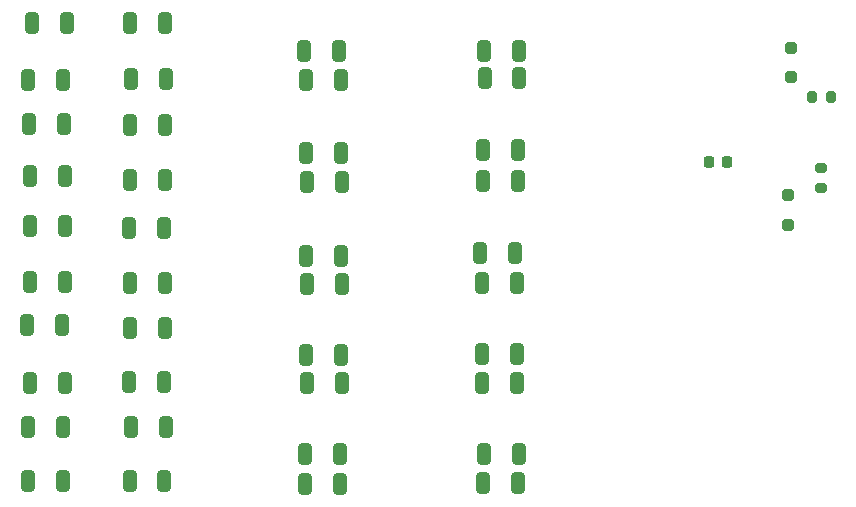
<source format=gbp>
G04 #@! TF.GenerationSoftware,KiCad,Pcbnew,9.0.0*
G04 #@! TF.CreationDate,2025-07-18T15:04:11-05:00*
G04 #@! TF.ProjectId,txfilters,74786669-6c74-4657-9273-2e6b69636164,rev?*
G04 #@! TF.SameCoordinates,Original*
G04 #@! TF.FileFunction,Paste,Bot*
G04 #@! TF.FilePolarity,Positive*
%FSLAX46Y46*%
G04 Gerber Fmt 4.6, Leading zero omitted, Abs format (unit mm)*
G04 Created by KiCad (PCBNEW 9.0.0) date 2025-07-18 15:04:11*
%MOMM*%
%LPD*%
G01*
G04 APERTURE LIST*
G04 Aperture macros list*
%AMRoundRect*
0 Rectangle with rounded corners*
0 $1 Rounding radius*
0 $2 $3 $4 $5 $6 $7 $8 $9 X,Y pos of 4 corners*
0 Add a 4 corners polygon primitive as box body*
4,1,4,$2,$3,$4,$5,$6,$7,$8,$9,$2,$3,0*
0 Add four circle primitives for the rounded corners*
1,1,$1+$1,$2,$3*
1,1,$1+$1,$4,$5*
1,1,$1+$1,$6,$7*
1,1,$1+$1,$8,$9*
0 Add four rect primitives between the rounded corners*
20,1,$1+$1,$2,$3,$4,$5,0*
20,1,$1+$1,$4,$5,$6,$7,0*
20,1,$1+$1,$6,$7,$8,$9,0*
20,1,$1+$1,$8,$9,$2,$3,0*%
G04 Aperture macros list end*
%ADD10RoundRect,0.250000X-0.325000X-0.650000X0.325000X-0.650000X0.325000X0.650000X-0.325000X0.650000X0*%
%ADD11RoundRect,0.225000X-0.225000X-0.250000X0.225000X-0.250000X0.225000X0.250000X-0.225000X0.250000X0*%
%ADD12RoundRect,0.250000X0.325000X0.650000X-0.325000X0.650000X-0.325000X-0.650000X0.325000X-0.650000X0*%
%ADD13RoundRect,0.200000X-0.200000X-0.275000X0.200000X-0.275000X0.200000X0.275000X-0.200000X0.275000X0*%
%ADD14RoundRect,0.250000X0.250000X-0.250000X0.250000X0.250000X-0.250000X0.250000X-0.250000X-0.250000X0*%
%ADD15RoundRect,0.250000X-0.250000X0.250000X-0.250000X-0.250000X0.250000X-0.250000X0.250000X0.250000X0*%
%ADD16RoundRect,0.200000X-0.275000X0.200000X-0.275000X-0.200000X0.275000X-0.200000X0.275000X0.200000X0*%
G04 APERTURE END LIST*
D10*
G04 #@! TO.C,C31*
X141570000Y-119145000D03*
X144520000Y-119145000D03*
G04 #@! TD*
G04 #@! TO.C,C19*
X111590000Y-138805000D03*
X114540000Y-138805000D03*
G04 #@! TD*
D11*
G04 #@! TO.C,C8*
X160654000Y-120103000D03*
X162204000Y-120103000D03*
G04 #@! TD*
D12*
G04 #@! TO.C,C33*
X106080000Y-116885000D03*
X103130000Y-116885000D03*
G04 #@! TD*
D10*
G04 #@! TO.C,C18*
X126600000Y-138830000D03*
X129550000Y-138830000D03*
G04 #@! TD*
G04 #@! TO.C,C1*
X141670000Y-113055000D03*
X144620000Y-113055000D03*
G04 #@! TD*
G04 #@! TO.C,C42*
X141446000Y-136401000D03*
X144396000Y-136401000D03*
G04 #@! TD*
G04 #@! TO.C,C45*
X126460000Y-144893000D03*
X129410000Y-144893000D03*
G04 #@! TD*
G04 #@! TO.C,C13*
X141420000Y-130375000D03*
X144370000Y-130375000D03*
G04 #@! TD*
G04 #@! TO.C,C36*
X126584000Y-128081000D03*
X129534000Y-128081000D03*
G04 #@! TD*
D12*
G04 #@! TO.C,C44*
X105950000Y-147159000D03*
X103000000Y-147159000D03*
G04 #@! TD*
D10*
G04 #@! TO.C,C17*
X141480000Y-138815000D03*
X144430000Y-138815000D03*
G04 #@! TD*
G04 #@! TO.C,C35*
X141316000Y-127875000D03*
X144266000Y-127875000D03*
G04 #@! TD*
G04 #@! TO.C,C23*
X111610000Y-147145000D03*
X114560000Y-147145000D03*
G04 #@! TD*
G04 #@! TO.C,C4*
X126520000Y-113235000D03*
X129470000Y-113235000D03*
G04 #@! TD*
G04 #@! TO.C,C7*
X111670000Y-108395000D03*
X114620000Y-108395000D03*
G04 #@! TD*
G04 #@! TO.C,C41*
X126522000Y-136463000D03*
X129472000Y-136463000D03*
G04 #@! TD*
D12*
G04 #@! TO.C,C34*
X106166000Y-121319000D03*
X103216000Y-121319000D03*
G04 #@! TD*
D13*
G04 #@! TO.C,R6*
X169380000Y-114615000D03*
X171030000Y-114615000D03*
G04 #@! TD*
D14*
G04 #@! TO.C,D1*
X167340000Y-125471000D03*
X167340000Y-122971000D03*
G04 #@! TD*
D15*
G04 #@! TO.C,D2*
X167619000Y-110475000D03*
X167619000Y-112975000D03*
G04 #@! TD*
D10*
G04 #@! TO.C,C5*
X111700000Y-113105000D03*
X114650000Y-113105000D03*
G04 #@! TD*
G04 #@! TO.C,C10*
X126660000Y-121820000D03*
X129610000Y-121820000D03*
G04 #@! TD*
G04 #@! TO.C,C24*
X111740000Y-142605000D03*
X114690000Y-142605000D03*
G04 #@! TD*
G04 #@! TO.C,C32*
X126584000Y-119383000D03*
X129534000Y-119383000D03*
G04 #@! TD*
G04 #@! TO.C,C46*
X141600000Y-144859000D03*
X144550000Y-144859000D03*
G04 #@! TD*
D12*
G04 #@! TO.C,C29*
X105974000Y-113191000D03*
X103024000Y-113191000D03*
G04 #@! TD*
D10*
G04 #@! TO.C,C21*
X141550000Y-147285000D03*
X144500000Y-147285000D03*
G04 #@! TD*
G04 #@! TO.C,C12*
X111670000Y-116985000D03*
X114620000Y-116985000D03*
G04 #@! TD*
G04 #@! TO.C,C15*
X111670000Y-130385000D03*
X114620000Y-130385000D03*
G04 #@! TD*
G04 #@! TO.C,C16*
X111590000Y-125735000D03*
X114540000Y-125735000D03*
G04 #@! TD*
G04 #@! TO.C,C25*
X141632000Y-110747000D03*
X144582000Y-110747000D03*
G04 #@! TD*
G04 #@! TO.C,C11*
X111680000Y-121655000D03*
X114630000Y-121655000D03*
G04 #@! TD*
G04 #@! TO.C,C9*
X141540000Y-121765000D03*
X144490000Y-121765000D03*
G04 #@! TD*
D12*
G04 #@! TO.C,C30*
X106272000Y-108345000D03*
X103322000Y-108345000D03*
G04 #@! TD*
G04 #@! TO.C,C39*
X105888000Y-133951000D03*
X102938000Y-133951000D03*
G04 #@! TD*
D10*
G04 #@! TO.C,C28*
X126392000Y-110699000D03*
X129342000Y-110699000D03*
G04 #@! TD*
D12*
G04 #@! TO.C,C37*
X106104000Y-130305000D03*
X103154000Y-130305000D03*
G04 #@! TD*
G04 #@! TO.C,C40*
X106142000Y-138825000D03*
X103192000Y-138825000D03*
G04 #@! TD*
G04 #@! TO.C,C43*
X105950000Y-142539000D03*
X103000000Y-142539000D03*
G04 #@! TD*
D10*
G04 #@! TO.C,C20*
X111630000Y-134205000D03*
X114580000Y-134205000D03*
G04 #@! TD*
G04 #@! TO.C,C14*
X126660000Y-130465000D03*
X129610000Y-130465000D03*
G04 #@! TD*
D16*
G04 #@! TO.C,R5*
X170143000Y-120656000D03*
X170143000Y-122306000D03*
G04 #@! TD*
D12*
G04 #@! TO.C,C38*
X106142000Y-125521000D03*
X103192000Y-125521000D03*
G04 #@! TD*
D10*
G04 #@! TO.C,C22*
X126500000Y-147425000D03*
X129450000Y-147425000D03*
G04 #@! TD*
M02*

</source>
